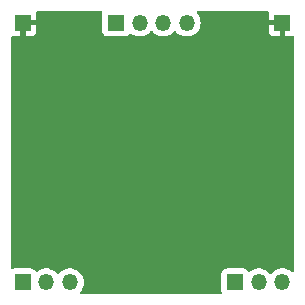
<source format=gbr>
%TF.GenerationSoftware,KiCad,Pcbnew,8.0.3*%
%TF.CreationDate,2024-07-13T20:36:06+02:00*%
%TF.ProjectId,Led Nixie,4c656420-4e69-4786-9965-2e6b69636164,rev?*%
%TF.SameCoordinates,Original*%
%TF.FileFunction,Copper,L2,Bot*%
%TF.FilePolarity,Positive*%
%FSLAX46Y46*%
G04 Gerber Fmt 4.6, Leading zero omitted, Abs format (unit mm)*
G04 Created by KiCad (PCBNEW 8.0.3) date 2024-07-13 20:36:06*
%MOMM*%
%LPD*%
G01*
G04 APERTURE LIST*
%TA.AperFunction,ComponentPad*%
%ADD10R,1.350000X1.350000*%
%TD*%
%TA.AperFunction,ComponentPad*%
%ADD11O,1.350000X1.350000*%
%TD*%
%TA.AperFunction,ViaPad*%
%ADD12C,0.600000*%
%TD*%
G04 APERTURE END LIST*
D10*
%TO.P,J2,1,Pin_1*%
%TO.N,Net-(D9-A)*%
X107000000Y-51000000D03*
D11*
%TO.P,J2,2,Pin_2*%
%TO.N,Net-(D11-A)*%
X109000001Y-51000000D03*
%TO.P,J2,3,Pin_3*%
%TO.N,Net-(D13-A)*%
X111000000Y-51000000D03*
%TD*%
D10*
%TO.P,J3,1,Pin_1*%
%TO.N,Net-(D15-A)*%
X89000000Y-51000000D03*
D11*
%TO.P,J3,2,Pin_2*%
%TO.N,Net-(D17-A)*%
X91000001Y-51000000D03*
%TO.P,J3,3,Pin_3*%
%TO.N,Net-(D19-A)*%
X93000000Y-51000000D03*
%TD*%
D10*
%TO.P,J4,1,Pin_1*%
%TO.N,GND*%
X89000000Y-29000000D03*
%TD*%
%TO.P,J1,1,Pin_1*%
%TO.N,Net-(D1-A)*%
X96900000Y-29000000D03*
D11*
%TO.P,J1,2,Pin_2*%
%TO.N,Net-(D3-A)*%
X98900001Y-29000000D03*
%TO.P,J1,3,Pin_3*%
%TO.N,Net-(D5-A)*%
X100900000Y-29000000D03*
%TO.P,J1,4,Pin_4*%
%TO.N,Net-(D7-A)*%
X102900000Y-29000000D03*
%TD*%
D10*
%TO.P,J5,1,Pin_1*%
%TO.N,GND*%
X111000000Y-29000000D03*
%TD*%
D12*
%TO.N,GND*%
X94400000Y-37000000D03*
X94400000Y-49000000D03*
X94400000Y-41000000D03*
X94400000Y-33000000D03*
X94400000Y-45000000D03*
%TD*%
%TA.AperFunction,Conductor*%
%TO.N,GND*%
G36*
X95700297Y-28020185D02*
G01*
X95746052Y-28072989D01*
X95755996Y-28142147D01*
X95749440Y-28167834D01*
X95730908Y-28217518D01*
X95724501Y-28277116D01*
X95724500Y-28277135D01*
X95724500Y-29722870D01*
X95724501Y-29722876D01*
X95730908Y-29782483D01*
X95781202Y-29917328D01*
X95781206Y-29917335D01*
X95867452Y-30032544D01*
X95867455Y-30032547D01*
X95982664Y-30118793D01*
X95982671Y-30118797D01*
X96117517Y-30169091D01*
X96117516Y-30169091D01*
X96124444Y-30169835D01*
X96177127Y-30175500D01*
X97622872Y-30175499D01*
X97682483Y-30169091D01*
X97817331Y-30118796D01*
X97932546Y-30032546D01*
X97994787Y-29949402D01*
X98050718Y-29907534D01*
X98120409Y-29902550D01*
X98177589Y-29932079D01*
X98188566Y-29942086D01*
X98188568Y-29942087D01*
X98188569Y-29942088D01*
X98250309Y-29980316D01*
X98373787Y-30056770D01*
X98373793Y-30056773D01*
X98396665Y-30065633D01*
X98576932Y-30135470D01*
X98791075Y-30175500D01*
X98791077Y-30175500D01*
X99008925Y-30175500D01*
X99008927Y-30175500D01*
X99223070Y-30135470D01*
X99426211Y-30056772D01*
X99611433Y-29942088D01*
X99772428Y-29795322D01*
X99801047Y-29757423D01*
X99857152Y-29715789D01*
X99926864Y-29711096D01*
X99988047Y-29744837D01*
X99998952Y-29757421D01*
X100027573Y-29795322D01*
X100188568Y-29942088D01*
X100188570Y-29942089D01*
X100188576Y-29942093D01*
X100373786Y-30056770D01*
X100373792Y-30056773D01*
X100396664Y-30065633D01*
X100576931Y-30135470D01*
X100791074Y-30175500D01*
X100791076Y-30175500D01*
X101008924Y-30175500D01*
X101008926Y-30175500D01*
X101223069Y-30135470D01*
X101426210Y-30056772D01*
X101611432Y-29942088D01*
X101772427Y-29795322D01*
X101801047Y-29757422D01*
X101857153Y-29715787D01*
X101926865Y-29711094D01*
X101988048Y-29744836D01*
X101998946Y-29757414D01*
X102027573Y-29795322D01*
X102188568Y-29942088D01*
X102188570Y-29942089D01*
X102188576Y-29942093D01*
X102373786Y-30056770D01*
X102373792Y-30056773D01*
X102396664Y-30065633D01*
X102576931Y-30135470D01*
X102791074Y-30175500D01*
X102791076Y-30175500D01*
X103008924Y-30175500D01*
X103008926Y-30175500D01*
X103223069Y-30135470D01*
X103426210Y-30056772D01*
X103611432Y-29942088D01*
X103772427Y-29795322D01*
X103903712Y-29621472D01*
X104000817Y-29426459D01*
X104060435Y-29216923D01*
X104080536Y-29000000D01*
X104060435Y-28783077D01*
X104000817Y-28573541D01*
X103903712Y-28378528D01*
X103772427Y-28204678D01*
X103772426Y-28204677D01*
X103768972Y-28200103D01*
X103770913Y-28198636D01*
X103744878Y-28145266D01*
X103753058Y-28075877D01*
X103797453Y-28021925D01*
X103863970Y-28000540D01*
X103867127Y-28000500D01*
X109733791Y-28000500D01*
X109800830Y-28020185D01*
X109846585Y-28072989D01*
X109856529Y-28142147D01*
X109849973Y-28167834D01*
X109831402Y-28217623D01*
X109831401Y-28217627D01*
X109825000Y-28277155D01*
X109825000Y-28750000D01*
X110684314Y-28750000D01*
X110679920Y-28754394D01*
X110627259Y-28845606D01*
X110600000Y-28947339D01*
X110600000Y-29052661D01*
X110627259Y-29154394D01*
X110679920Y-29245606D01*
X110684314Y-29250000D01*
X109825000Y-29250000D01*
X109825000Y-29722844D01*
X109831401Y-29782372D01*
X109831403Y-29782379D01*
X109881645Y-29917086D01*
X109881649Y-29917093D01*
X109967809Y-30032187D01*
X109967812Y-30032190D01*
X110082906Y-30118350D01*
X110082913Y-30118354D01*
X110217620Y-30168596D01*
X110217627Y-30168598D01*
X110277155Y-30174999D01*
X110277172Y-30175000D01*
X110750000Y-30175000D01*
X110750000Y-29315686D01*
X110754394Y-29320080D01*
X110845606Y-29372741D01*
X110947339Y-29400000D01*
X111052661Y-29400000D01*
X111154394Y-29372741D01*
X111245606Y-29320080D01*
X111250000Y-29315686D01*
X111250000Y-30175000D01*
X111722828Y-30175000D01*
X111722844Y-30174999D01*
X111782372Y-30168598D01*
X111782376Y-30168597D01*
X111832166Y-30150027D01*
X111901858Y-30145043D01*
X111963181Y-30178528D01*
X111996666Y-30239851D01*
X111999500Y-30266209D01*
X111999500Y-50039687D01*
X111979815Y-50106726D01*
X111927011Y-50152481D01*
X111857853Y-50162425D01*
X111794297Y-50133400D01*
X111791963Y-50131325D01*
X111755997Y-50098538D01*
X111711432Y-50057912D01*
X111711425Y-50057908D01*
X111711423Y-50057906D01*
X111526213Y-49943229D01*
X111526207Y-49943226D01*
X111441113Y-49910260D01*
X111323069Y-49864530D01*
X111108926Y-49824500D01*
X110891074Y-49824500D01*
X110676931Y-49864530D01*
X110633896Y-49881202D01*
X110473792Y-49943226D01*
X110473786Y-49943229D01*
X110288576Y-50057906D01*
X110288566Y-50057913D01*
X110127573Y-50204676D01*
X110098953Y-50242576D01*
X110042844Y-50284211D01*
X109973132Y-50288902D01*
X109911950Y-50255159D01*
X109901047Y-50242576D01*
X109872428Y-50204678D01*
X109815170Y-50152481D01*
X109738585Y-50082664D01*
X109711433Y-50057912D01*
X109711429Y-50057909D01*
X109711424Y-50057906D01*
X109526214Y-49943229D01*
X109526208Y-49943226D01*
X109441114Y-49910260D01*
X109323070Y-49864530D01*
X109108927Y-49824500D01*
X108891075Y-49824500D01*
X108676932Y-49864530D01*
X108633897Y-49881202D01*
X108473793Y-49943226D01*
X108473787Y-49943229D01*
X108288566Y-50057913D01*
X108277586Y-50067923D01*
X108214780Y-50098538D01*
X108145393Y-50090338D01*
X108094785Y-50050595D01*
X108032546Y-49967454D01*
X107999499Y-49942715D01*
X107917335Y-49881206D01*
X107917328Y-49881202D01*
X107782482Y-49830908D01*
X107782483Y-49830908D01*
X107722883Y-49824501D01*
X107722881Y-49824500D01*
X107722873Y-49824500D01*
X107722864Y-49824500D01*
X106277129Y-49824500D01*
X106277123Y-49824501D01*
X106217516Y-49830908D01*
X106082671Y-49881202D01*
X106082664Y-49881206D01*
X105967455Y-49967452D01*
X105967452Y-49967455D01*
X105881206Y-50082664D01*
X105881202Y-50082671D01*
X105830908Y-50217517D01*
X105824501Y-50277116D01*
X105824500Y-50277135D01*
X105824500Y-51722870D01*
X105824501Y-51722876D01*
X105830908Y-51782481D01*
X105849440Y-51832166D01*
X105854424Y-51901858D01*
X105820939Y-51963181D01*
X105759616Y-51996666D01*
X105733258Y-51999500D01*
X93967127Y-51999500D01*
X93900088Y-51979815D01*
X93854333Y-51927011D01*
X93844389Y-51857853D01*
X93870373Y-51800955D01*
X93868972Y-51799897D01*
X93872427Y-51795322D01*
X94003712Y-51621472D01*
X94100817Y-51426459D01*
X94160435Y-51216923D01*
X94180536Y-51000000D01*
X94160435Y-50783077D01*
X94100817Y-50573541D01*
X94003712Y-50378528D01*
X93872427Y-50204678D01*
X93815169Y-50152481D01*
X93738584Y-50082664D01*
X93711432Y-50057912D01*
X93711428Y-50057909D01*
X93711423Y-50057906D01*
X93526213Y-49943229D01*
X93526207Y-49943226D01*
X93441113Y-49910260D01*
X93323069Y-49864530D01*
X93108926Y-49824500D01*
X92891074Y-49824500D01*
X92676931Y-49864530D01*
X92633896Y-49881202D01*
X92473792Y-49943226D01*
X92473786Y-49943229D01*
X92288576Y-50057906D01*
X92288566Y-50057913D01*
X92127573Y-50204676D01*
X92098953Y-50242576D01*
X92042844Y-50284211D01*
X91973132Y-50288902D01*
X91911950Y-50255159D01*
X91901047Y-50242576D01*
X91872428Y-50204678D01*
X91815170Y-50152481D01*
X91738585Y-50082664D01*
X91711433Y-50057912D01*
X91711429Y-50057909D01*
X91711424Y-50057906D01*
X91526214Y-49943229D01*
X91526208Y-49943226D01*
X91441114Y-49910260D01*
X91323070Y-49864530D01*
X91108927Y-49824500D01*
X90891075Y-49824500D01*
X90676932Y-49864530D01*
X90633897Y-49881202D01*
X90473793Y-49943226D01*
X90473787Y-49943229D01*
X90288566Y-50057913D01*
X90277586Y-50067923D01*
X90214780Y-50098538D01*
X90145393Y-50090338D01*
X90094785Y-50050595D01*
X90032546Y-49967454D01*
X89999499Y-49942715D01*
X89917335Y-49881206D01*
X89917328Y-49881202D01*
X89782482Y-49830908D01*
X89782483Y-49830908D01*
X89722883Y-49824501D01*
X89722881Y-49824500D01*
X89722873Y-49824500D01*
X89722864Y-49824500D01*
X88277129Y-49824500D01*
X88277123Y-49824501D01*
X88217514Y-49830909D01*
X88167832Y-49849439D01*
X88098140Y-49854423D01*
X88036817Y-49820937D01*
X88003333Y-49759613D01*
X88000500Y-49733257D01*
X88000500Y-30266209D01*
X88020185Y-30199170D01*
X88072989Y-30153415D01*
X88142147Y-30143471D01*
X88167834Y-30150027D01*
X88217623Y-30168597D01*
X88217627Y-30168598D01*
X88277155Y-30174999D01*
X88277172Y-30175000D01*
X88750000Y-30175000D01*
X88750000Y-29315686D01*
X88754394Y-29320080D01*
X88845606Y-29372741D01*
X88947339Y-29400000D01*
X89052661Y-29400000D01*
X89154394Y-29372741D01*
X89245606Y-29320080D01*
X89250000Y-29315686D01*
X89250000Y-30175000D01*
X89722828Y-30175000D01*
X89722844Y-30174999D01*
X89782372Y-30168598D01*
X89782379Y-30168596D01*
X89917086Y-30118354D01*
X89917093Y-30118350D01*
X90032187Y-30032190D01*
X90032190Y-30032187D01*
X90118350Y-29917093D01*
X90118354Y-29917086D01*
X90168596Y-29782379D01*
X90168598Y-29782372D01*
X90174999Y-29722844D01*
X90175000Y-29722827D01*
X90175000Y-29250000D01*
X89315686Y-29250000D01*
X89320080Y-29245606D01*
X89372741Y-29154394D01*
X89400000Y-29052661D01*
X89400000Y-28947339D01*
X89372741Y-28845606D01*
X89320080Y-28754394D01*
X89315686Y-28750000D01*
X90175000Y-28750000D01*
X90175000Y-28277172D01*
X90174999Y-28277155D01*
X90168598Y-28217627D01*
X90168597Y-28217623D01*
X90150027Y-28167834D01*
X90145043Y-28098142D01*
X90178528Y-28036819D01*
X90239851Y-28003334D01*
X90266209Y-28000500D01*
X95633258Y-28000500D01*
X95700297Y-28020185D01*
G37*
%TD.AperFunction*%
%TD*%
M02*

</source>
